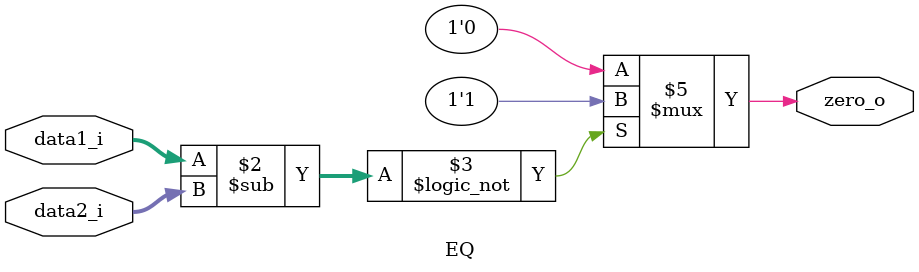
<source format=v>
module EQ(
 data1_i , data2_i, zero_o
);

input       [31:0]    data1_i, data2_i;
output 	reg    zero_o;

always@(data1_i or data2_i) begin
  if((data1_i - data2_i == 0))
    zero_o = 1'b1;
  else
    zero_o = 1'b0;
end

endmodule

</source>
